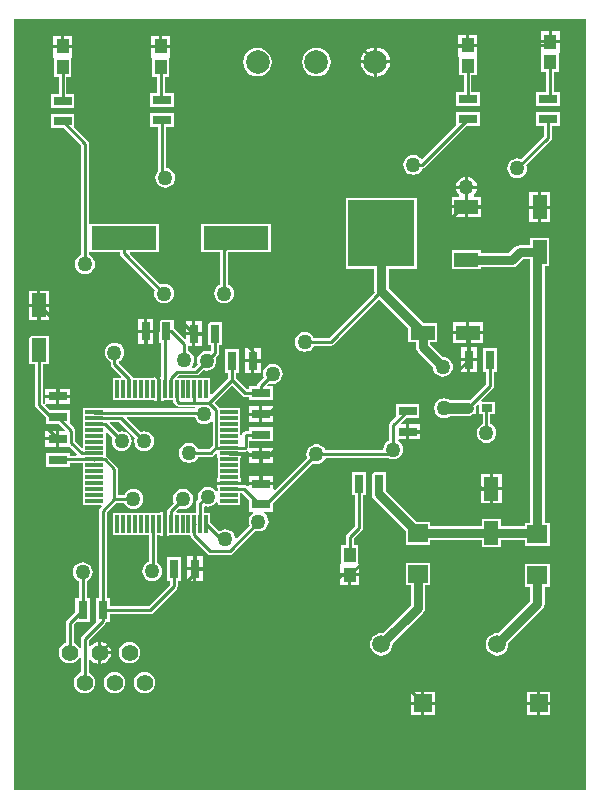
<source format=gtl>
%FSTAX23Y23*%
%MOIN*%
%SFA1B1*%

%IPPOS*%
%ADD10R,0.062992X0.031496*%
%ADD11R,0.031496X0.062992*%
%ADD12R,0.043307X0.049212*%
%ADD13R,0.078740X0.049212*%
%ADD14R,0.049212X0.078740*%
%ADD15R,0.059055X0.011811*%
%ADD16R,0.011811X0.059055*%
%ADD17R,0.078740X0.047244*%
%ADD18R,0.220472X0.220472*%
%ADD19R,0.216535X0.078740*%
%ADD20R,0.037401X0.027559*%
%ADD21R,0.066142X0.059842*%
%ADD22C,0.010000*%
%ADD23C,0.035433*%
%ADD24C,0.031496*%
%ADD25C,0.029527*%
%ADD26C,0.055118*%
%ADD27R,0.059055X0.059055*%
%ADD28C,0.059055*%
%ADD29C,0.078740*%
%ADD30C,0.050000*%
%LNboard_tp3-1*%
%LPD*%
G36*
X01905Y-00001D02*
X0D01*
Y02569*
X01905*
Y-00001*
G37*
%LNboard_tp3-2*%
%LPC*%
G36*
X01352Y01187D02*
X01316D01*
Y01167*
X01352*
Y01187*
G37*
G36*
X0014Y01164D02*
X00104D01*
Y01143*
X0014*
Y01164*
G37*
G36*
X0135Y01286D02*
X01271D01*
Y01241*
X01254Y01224*
X01251Y0122*
X0125Y01215*
Y01164*
X01247Y01162*
X0124Y01157*
X01235Y0115*
X01231Y01142*
X0123Y01133*
X01228Y01131*
X01038*
X01036Y01134*
X01031Y01141*
X01024Y01146*
X01016Y0115*
X01007Y01151*
X00999Y0115*
X00991Y01146*
X00984Y01141*
X00979Y01134*
X00975Y01126*
X00974Y01118*
X00975Y01109*
X00977Y01106*
X00869Y00998*
X00864Y01*
Y01014*
X00781*
Y01011*
X00776Y01009*
X00775Y01011*
X0077Y01014*
X00765Y01015*
X00756*
Y01016*
X00677*
Y01005*
X00679*
Y00995*
X00674Y00993*
X00674*
X00669Y00999*
X00662Y01005*
X00654Y01008*
X00645Y01009*
X00637Y01008*
X00629Y01005*
X00622Y00999*
X00616Y00992*
X00613Y00984*
X00612Y00976*
X00613Y00967*
X00613Y00967*
X0061Y00964*
X00607Y00959*
X00606Y00954*
Y00923*
X00542*
X0054Y00927*
X0055Y00937*
X00554Y00936*
X00562Y00935*
X00571Y00936*
X00579Y00939*
X00586Y00945*
X00591Y00951*
X00595Y00959*
X00596Y00968*
X00595Y00977*
X00591Y00985*
X00586Y00991*
X00579Y00997*
X00571Y01*
X00562Y01001*
X00554Y01*
X00546Y00997*
X00539Y00991*
X00534Y00985*
X0053Y00977*
X00529Y00968*
X0053Y00959*
X00532Y00956*
X00512Y00936*
X00509Y00932*
X00508Y00927*
Y00925*
X00506*
Y00885*
Y00846*
X00517*
Y00848*
X00587*
X00588Y00843*
X00591Y00839*
X00644Y00785*
X00648Y00783*
X00653Y00782*
X00718*
X00723Y00783*
X00728Y00785*
X00728Y00786*
X00729Y00787*
X00804Y00862*
X00806Y00861*
X00814Y0086*
X00823Y00861*
X00831Y00865*
X00838Y0087*
X00843Y00877*
X00847Y00885*
X00848Y00893*
X00847Y00902*
X00843Y0091*
X00838Y00917*
X00832Y00921*
X00834Y00926*
X00862*
Y00953*
X00995Y01087*
X00999Y01086*
X01007Y01084*
X01016Y01086*
X01024Y01089*
X01031Y01094*
X01036Y01101*
X01038Y01105*
X01247*
X01255Y01101*
X01263Y011*
X01272Y01101*
X0128Y01105*
X01287Y0111*
X01292Y01117*
X01295Y01125*
X01296Y01133*
X01295Y01142*
X01292Y0115*
X01287Y01157*
X0128Y01162*
X0128Y01163*
X01282Y01167*
X01306*
Y01192*
Y01218*
X01292*
X0129Y01223*
X01305Y01238*
X0135*
Y01286*
G37*
G36*
X00817Y01246D02*
X00781D01*
Y01226*
X00817*
Y01246*
G37*
G36*
X01352Y01218D02*
X01316D01*
Y01197*
X01352*
Y01218*
G37*
G36*
X0014Y01195D02*
X00104D01*
Y01174*
X0014*
Y01195*
G37*
G36*
X00864Y01045D02*
X00827D01*
Y01024*
X00864*
Y01045*
G37*
G36*
X00817D02*
X00781D01*
Y01024*
X00817*
Y01045*
G37*
G36*
X01625Y01053D02*
X01595D01*
Y01008*
X01625*
Y01053*
G37*
G36*
X00864Y01139D02*
X00827D01*
Y01119*
X00864*
Y01139*
G37*
G36*
Y01109D02*
X00827D01*
Y01088*
X00864*
Y01109*
G37*
G36*
X00817D02*
X00781D01*
Y01088*
X00817*
Y01109*
G37*
G36*
X00864Y01246D02*
X00827D01*
Y01226*
X00864*
Y01246*
G37*
G36*
X01342Y01972D02*
X01106D01*
Y01736*
X012*
Y01661*
X01201Y01656*
X01049Y01505*
X00998*
X00997Y01508*
X00991Y01515*
X00985Y0152*
X00977Y01524*
X00968Y01525*
X00959Y01524*
X00951Y0152*
X00945Y01515*
X00939Y01508*
X00936Y015*
X00935Y01492*
X00936Y01483*
X00939Y01475*
X00945Y01468*
X00951Y01463*
X00959Y0146*
X00968Y01458*
X00977Y0146*
X00985Y01463*
X00991Y01468*
X00997Y01475*
X00998Y01479*
X01055*
X0106Y0148*
X01064Y01482*
X01216Y01635*
X01314Y01536*
Y01491*
X01338*
Y01476*
X01339Y01467*
X01345Y01459*
X01396Y01408*
X01397Y014*
X014Y01392*
X01405Y01385*
X01412Y0138*
X0142Y01377*
X01429Y01376*
X01437Y01377*
X01445Y0138*
X01452Y01385*
X01457Y01392*
X01461Y014*
X01462Y01409*
X01461Y01418*
X01457Y01426*
X01452Y01432*
X01445Y01438*
X01437Y01441*
X0143Y01442*
X01386Y01486*
X01386Y01491*
X01409*
Y01556*
X01363*
X01248Y01671*
Y01736*
X01342*
Y01972*
G37*
G36*
X00187Y01336D02*
X0015D01*
Y01316*
X00187*
Y01336*
G37*
G36*
X0014D02*
X00104D01*
Y01316*
X0014*
Y01336*
G37*
G36*
X0151Y01428D02*
X0149D01*
Y01391*
X0151*
Y01428*
G37*
G36*
X00821Y01424D02*
X008D01*
Y01387*
X00821*
Y01424*
G37*
G36*
X0079D02*
X00769D01*
Y01387*
X0079*
Y01424*
G37*
G36*
X00531Y01566D02*
X00484D01*
Y01488*
X00489*
Y01374*
X00487*
Y01334*
Y01295*
X00498*
Y01297*
X00529*
Y01296*
X0053Y01291*
X00532Y01287*
X00539Y0128*
X00543Y01277*
X00548Y01276*
X00601*
X00603Y01271*
X00602Y0127*
X00305*
Y01271*
X0023*
Y01244*
Y01224*
Y01204*
Y01185*
Y01165*
Y01145*
Y01141*
X00225Y01139*
X00203Y01161*
Y01196*
X00202Y01202*
X00199Y01206*
X00185Y0122*
Y01264*
X00119*
X00104Y0128*
X00105Y01282*
X00106Y01284*
X00106Y01284*
X00106Y01285*
X00106Y01285*
X00106*
X00108*
X00108*
X0014*
Y01306*
X00104*
Y01289*
Y01289*
Y01288*
Y01287*
X00104Y01287*
X00103Y01287*
X00103Y01287*
X00101Y01286*
X00099Y01285*
X00095Y01288*
Y01417*
X00115*
Y01511*
X0005*
Y01417*
X00069*
Y01283*
X0007Y01278*
X00073Y01274*
X00106Y01241*
Y01217*
X0015*
X00168Y01199*
X00166Y01195*
X0015*
Y01169*
Y01143*
X00184*
X00209Y01118*
X00207Y01113*
X00185*
Y01123*
X00106*
Y01075*
X00185*
Y01087*
X0023*
Y01086*
Y01066*
Y01047*
Y01027*
Y01007*
Y00988*
Y00968*
Y00948*
X0029*
X00291Y00944*
X00285Y00938*
X00283Y00934*
X00282Y00928*
Y00637*
X00271*
Y00559*
X00268Y00555*
X00226Y00513*
X00224Y00508*
X00223Y00503*
Y0047*
X00218Y00469*
X00215Y00474*
X0021Y00481*
X00202Y00487*
X00198Y00489*
Y00549*
X00207Y00559*
X00251*
Y00637*
X00241*
Y00694*
X00244Y00695*
X00251Y007*
X00257Y00707*
X0026Y00715*
X00261Y00724*
X0026Y00732*
X00257Y0074*
X00251Y00747*
X00244Y00753*
X00236Y00756*
X00228Y00757*
X00219Y00756*
X00211Y00753*
X00204Y00747*
X00199Y0074*
X00196Y00732*
X00195Y00724*
X00196Y00715*
X00199Y00707*
X00204Y007*
X00211Y00695*
X00215Y00694*
Y00637*
X00204*
Y00593*
X00175Y00564*
X00172Y0056*
X00171Y00555*
Y00489*
X00167Y00487*
X00159Y00481*
X00154Y00474*
X0015Y00465*
X00149Y00456*
X0015Y00447*
X00154Y00438*
X00159Y00431*
X00167Y00425*
X00175Y00422*
X00185Y0042*
X00194Y00422*
X00202Y00425*
X0021Y00431*
X00215Y00438*
X00218Y00443*
X00223Y00442*
Y0039*
X00217Y00387*
X00209Y00381*
X00204Y00374*
X002Y00365*
X00199Y00356*
X002Y00347*
X00204Y00338*
X00209Y00331*
X00217Y00325*
X00225Y00322*
X00235Y0032*
X00244Y00322*
X00252Y00325*
X0026Y00331*
X00265Y00338*
X00269Y00347*
X0027Y00356*
X00269Y00365*
X00265Y00374*
X0026Y00381*
X00252Y00387*
X00249Y00389*
Y00433*
X00254Y00435*
X00258Y00429*
X00266Y00423*
X00275Y0042*
X0028Y00419*
Y00456*
Y00493*
X00275Y00493*
X00266Y00489*
X00258Y00483*
X00254Y00478*
X00249Y0048*
Y00498*
X00304Y00553*
X00307Y00557*
X00307Y00559*
X00318*
Y00585*
X00453*
X00458Y00586*
X00463Y00589*
X00541Y00667*
X00544Y00672*
X00545Y00677*
Y00696*
X00556*
Y00775*
X00509*
Y00696*
X00519*
Y00682*
X00448Y00611*
X00318*
Y00637*
X00308*
Y00923*
X0034Y00955*
X00367*
X00368Y00951*
X00374Y00945*
X00381Y00939*
X00389Y00936*
X00397Y00935*
X00406Y00936*
X00414Y00939*
X00421Y00945*
X00426Y00951*
X00429Y00959*
X0043Y00968*
X00429Y00977*
X00426Y00985*
X00421Y00991*
X00414Y00997*
X00406Y01*
X00397Y01001*
X00389Y01*
X00381Y00997*
X00374Y00991*
X00368Y00985*
X00367Y00981*
X00347*
Y01067*
X00346Y01072*
X00344Y01076*
X0031Y01109*
X00306Y01112*
X00305Y01112*
Y01125*
Y01145*
Y01165*
Y01185*
Y01189*
X00309Y01191*
X00327Y01173*
X00326Y0117*
X00325Y01161*
X00326Y01152*
X00329Y01144*
X00334Y01137*
X00341Y01132*
X00349Y01129*
X00358Y01128*
X00366Y01129*
X00374Y01132*
X00381Y01137*
X00386Y01144*
X0039Y01152*
X00391Y01161*
X0039Y0117*
X00386Y01177*
X00381Y01184*
X00374Y0119*
X00366Y01193*
X00358Y01194*
X00349Y01193*
X00346Y01192*
X00318Y0122*
X0032Y01225*
X0035*
X00402Y01173*
X00401Y0117*
X00399Y01161*
X00401Y01152*
X00404Y01144*
X00409Y01137*
X00416Y01132*
X00424Y01129*
X00433Y01128*
X00441Y01129*
X00449Y01132*
X00456Y01137*
X00461Y01144*
X00465Y01152*
X00466Y01161*
X00465Y0117*
X00461Y01177*
X00456Y01184*
X00449Y0119*
X00441Y01193*
X00433Y01194*
X00424Y01193*
X00421Y01192*
X00373Y01239*
X00375Y01243*
X00601*
X00601Y01243*
X00605Y01235*
X0061Y01228*
X00617Y01223*
X00625Y01219*
X00633Y01218*
X00642Y01219*
X0065Y01223*
X00656Y01227*
X00661Y01225*
Y01146*
X0065Y01135*
X00612*
X00611Y01138*
X00606Y01145*
X00599Y0115*
X00591Y01154*
X00582Y01155*
X00574Y01154*
X00566Y0115*
X00559Y01145*
X00553Y01138*
X0055Y0113*
X00549Y01122*
X0055Y01113*
X00553Y01105*
X00559Y01098*
X00566Y01093*
X00574Y0109*
X00582Y01088*
X00591Y0109*
X00599Y01093*
X00606Y01098*
X00611Y01105*
X00612Y01108*
X00655*
X0066Y01109*
X00664Y01112*
X00672Y0112*
X00677Y01118*
Y01104*
X00679*
Y01086*
Y01066*
Y01047*
Y01037*
X00677*
Y01026*
X00756*
Y01037*
X00753*
Y01047*
Y01066*
Y01086*
Y01104*
X00756*
Y01115*
X00716*
Y01125*
X00756*
Y01126*
X00769*
X00774Y01127*
X00776Y01128*
X00781Y01126*
Y01119*
X00817*
Y01139*
X00786*
X00784Y01141*
Y0116*
X00862*
Y01207*
X00783*
Y01196*
X00774*
X00769Y01195*
X00765Y01193*
X00762Y0119*
X00759Y01186*
X00758Y01183*
X00753Y01183*
Y01185*
Y01204*
Y01224*
Y01244*
Y01271*
X00685*
X00683Y01274*
X0067Y01287*
Y01292*
X00725Y01347*
X00761Y01312*
X00765Y01309*
X0077Y01308*
X00783*
Y01298*
X00862*
Y01345*
X00846*
X00844Y01349*
X0085Y01355*
X00853Y01353*
X00862Y01352*
X0087Y01353*
X00878Y01357*
X00885Y01362*
X0089Y01369*
X00894Y01377*
X00895Y01385*
X00894Y01394*
X0089Y01402*
X00885Y01409*
X00878Y01414*
X0087Y01417*
X00862Y01418*
X00853Y01417*
X00845Y01414*
X00838Y01409*
X00833Y01402*
X0083Y01394*
X00829Y01385*
X0083Y01377*
X00831Y01373*
X00813Y01355*
X0081Y01351*
X00809Y01346*
Y01345*
X00783*
Y01334*
X00775*
X00738Y01371*
Y01389*
X00749*
Y01468*
X00701*
Y01389*
X00712*
Y01371*
X00658Y01317*
X00653Y01318*
Y01372*
X00546*
X00544Y01376*
X00548Y0138*
X00606*
X00611Y01381*
X00615Y01384*
X00629Y01398*
X00633Y01397*
X00641Y01395*
X0065Y01397*
X00658Y014*
X00665Y01405*
X0067Y01412*
X00673Y0142*
X00674Y01429*
X00673Y01437*
X00672Y01441*
X00678Y01447*
X00681Y01451*
X00682Y01456*
Y0148*
X00692*
Y01559*
X00645*
Y0148*
X00656*
Y01463*
X00651Y0146*
X0065Y01461*
X00641Y01462*
X00633Y01461*
X00625Y01457*
X00618Y01452*
X00613Y01445*
X00609Y01437*
X00608Y01429*
X00609Y0142*
X00611Y01417*
X006Y01406*
X00594*
X00592Y01411*
X00595Y01416*
X00598Y01424*
X006Y01433*
X00598Y01441*
X00595Y01449*
X0059Y01456*
X00583Y01461*
X0058Y01463*
Y01478*
X00594*
Y01514*
X00573*
Y01502*
X00569Y015*
X00532Y01536*
X00531Y01537*
Y01566*
G37*
G36*
X00864Y01277D02*
X00827D01*
Y01256*
X00864*
Y01277*
G37*
G36*
X00817D02*
X00781D01*
Y01256*
X00817*
Y01277*
G37*
G36*
X01609Y01472D02*
X01561D01*
Y01393*
X01573*
Y01351*
X01518Y01296*
X01511Y01297*
X01453*
X01449Y013*
X01441Y01303*
X01433Y01304*
X01424Y01303*
X01416Y013*
X01409Y01295*
X01404Y01288*
X01401Y0128*
X01399Y01271*
X01401Y01263*
X01404Y01255*
X01409Y01248*
X01416Y01242*
X01424Y01239*
X01433Y01238*
X01441Y01239*
X01449Y01242*
X01453Y01245*
X01511*
X01518Y01246*
X01524Y01249*
X01525Y0125*
X01538*
Y01279*
X01545Y01286*
X0155Y01284*
Y0125*
X01561*
Y01219*
X01558Y01217*
X01551Y01212*
X01546Y01205*
X01542Y01197*
X01541Y01188*
X01542Y0118*
X01546Y01172*
X01551Y01165*
X01558Y0116*
X01566Y01156*
X01574Y01155*
X01583Y01156*
X01591Y0116*
X01598Y01165*
X01603Y01172*
X01606Y0118*
X01607Y01188*
X01606Y01197*
X01603Y01205*
X01598Y01212*
X01591Y01217*
X01587Y01219*
Y0125*
X01603*
Y01293*
X01558*
X01556Y01297*
X01595Y01337*
X01598Y01341*
X01599Y01346*
Y01393*
X01609*
Y01472*
G37*
G36*
X00334Y01489D02*
X00326Y01488D01*
X00318Y01485*
X00311Y0148*
X00305Y01473*
X00302Y01465*
X00301Y01456*
X00302Y01448*
X00305Y0144*
X00311Y01433*
X00318Y01427*
X00321Y01426*
Y01417*
X00322Y01412*
X00325Y01408*
X00357Y01376*
X00355Y01372*
X0033*
Y01297*
X00466*
Y01295*
X00477*
Y01334*
Y01374*
X00466*
Y01372*
X00395*
X00395Y01374*
X00392Y01378*
X00349Y01421*
X00349Y01427*
X00351Y01427*
X00358Y01433*
X00363Y0144*
X00366Y01448*
X00367Y01456*
X00366Y01465*
X00363Y01473*
X00358Y0148*
X00351Y01485*
X00343Y01488*
X00334Y01489*
G37*
G36*
X00187Y01306D02*
X0015D01*
Y01285*
X00187*
Y01306*
G37*
G36*
X01585Y01053D02*
X01555D01*
Y01008*
X01585*
Y01053*
G37*
G36*
X00335Y00392D02*
X00325Y00391D01*
X00317Y00387*
X00309Y00381*
X00304Y00374*
X003Y00365*
X00299Y00356*
X003Y00347*
X00304Y00338*
X00309Y00331*
X00317Y00325*
X00325Y00322*
X00335Y0032*
X00344Y00322*
X00352Y00325*
X0036Y00331*
X00365Y00338*
X00369Y00347*
X0037Y00356*
X00369Y00365*
X00365Y00374*
X0036Y00381*
X00352Y00387*
X00344Y00391*
X00335Y00392*
G37*
G36*
X01787Y00326D02*
X01753D01*
Y00292*
X01787*
Y00326*
G37*
G36*
X01743D02*
X01708D01*
Y00292*
X01743*
Y00326*
G37*
G36*
X00385Y00492D02*
X00375Y00491D01*
X00367Y00487*
X00359Y00481*
X00354Y00474*
X0035Y00465*
X00349Y00456*
X0035Y00447*
X00354Y00438*
X00359Y00431*
X00367Y00425*
X00375Y00422*
X00385Y0042*
X00394Y00422*
X00402Y00425*
X0041Y00431*
X00415Y00438*
X00419Y00447*
X0042Y00456*
X00419Y00465*
X00415Y00474*
X0041Y00481*
X00402Y00487*
X00394Y00491*
X00385Y00492*
G37*
G36*
X00322Y00451D02*
X0029D01*
Y00419*
X00294Y0042*
X00303Y00423*
X00311Y00429*
X00317Y00437*
X00321Y00446*
X00322Y00451*
G37*
G36*
X00435Y00392D02*
X00425Y00391D01*
X00417Y00387*
X00409Y00381*
X00404Y00374*
X004Y00365*
X00399Y00356*
X004Y00347*
X00404Y00338*
X00409Y00331*
X00417Y00325*
X00425Y00322*
X00435Y0032*
X00444Y00322*
X00452Y00325*
X0046Y00331*
X00465Y00338*
X00469Y00347*
X0047Y00356*
X00469Y00365*
X00465Y00374*
X0046Y00381*
X00452Y00387*
X00444Y00391*
X00435Y00392*
G37*
G36*
X01743Y00282D02*
X01708D01*
Y00247*
X01743*
Y00282*
G37*
G36*
X01401D02*
X01367D01*
Y00247*
X01401*
Y00282*
G37*
G36*
X01357D02*
X01322D01*
Y00247*
X01357*
Y00282*
G37*
G36*
X01401Y00326D02*
X01367D01*
Y00292*
X01401*
Y00326*
G37*
G36*
X01357D02*
X01322D01*
Y00292*
X01357*
Y00326*
G37*
G36*
X01787Y00282D02*
X01753D01*
Y00247*
X01787*
Y00282*
G37*
G36*
X0029Y00493D02*
Y00461D01*
X00322*
X00321Y00466*
X00317Y00475*
X00311Y00483*
X00303Y00489*
X00294Y00493*
X0029Y00493*
G37*
G36*
X00628Y00777D02*
X00607D01*
Y00741*
X00628*
Y00777*
G37*
G36*
X00597D02*
X00576D01*
Y00741*
X00597*
Y00777*
G37*
G36*
X01173Y01059D02*
X01125D01*
Y0098*
X01136*
Y00879*
X01108Y00851*
X01105Y00847*
X01105Y00842*
Y00815*
X01088*
Y00755*
Y00754*
X01086Y0075*
Y00748*
Y00746*
Y0072*
X01149*
Y00746*
Y00748*
Y0075*
X01147Y00754*
Y00755*
Y00815*
X01131*
Y00837*
X01158Y00864*
X01161Y00868*
X01162Y00873*
Y0098*
X01173*
Y01059*
G37*
G36*
X01625Y00998D02*
X01595D01*
Y00954*
X01625*
Y00998*
G37*
G36*
X01585D02*
X01555D01*
Y00954*
X01585*
Y00998*
G37*
G36*
X00496Y00925D02*
X00486D01*
Y00923*
X0033*
Y00848*
X00449*
Y00759*
X00444Y00757*
X00437Y00751*
X00431Y00744*
X00428Y00736*
X00427Y00728*
X00428Y00719*
X00431Y00711*
X00437Y00704*
X00444Y00699*
X00452Y00696*
X0046Y00695*
X00469Y00696*
X00477Y00699*
X00484Y00704*
X00489Y00711*
X00492Y00719*
X00493Y00728*
X00492Y00736*
X00489Y00744*
X00484Y00751*
X00477Y00757*
X00475Y00757*
Y00848*
X00486*
Y00846*
X00496*
Y00885*
Y00925*
G37*
G36*
X01113Y0071D02*
X01086D01*
Y0068*
X01113*
Y0071*
G37*
G36*
X01785Y00752D02*
X01703D01*
Y00676*
X0172*
Y00628*
X01613Y00521*
X0161Y00521*
X016Y0052*
X01591Y00516*
X01583Y0051*
X01577Y00503*
X01573Y00494*
X01572Y00484*
X01573Y00474*
X01577Y00465*
X01583Y00457*
X01591Y00451*
X016Y00447*
X0161Y00446*
X0162Y00447*
X01629Y00451*
X01636Y00457*
X01642Y00465*
X01646Y00474*
X01647Y00484*
X01647Y00487*
X01761Y00601*
X01766Y00608*
X01768Y00618*
Y00676*
X01785*
Y00752*
G37*
G36*
X01387Y00756D02*
X01305D01*
Y0068*
X01322*
Y00614*
X01228Y00521*
X01224Y00521*
X01214Y0052*
X01205Y00516*
X01197Y0051*
X01191Y00503*
X01187Y00494*
X01186Y00484*
X01187Y00474*
X01191Y00465*
X01197Y00457*
X01205Y00451*
X01214Y00447*
X01224Y00446*
X01234Y00447*
X01243Y00451*
X01251Y00457*
X01257Y00465*
X0126Y00474*
X01262Y00484*
X01261Y00488*
X01359Y00586*
X01363Y00589*
X01368Y00597*
X0137Y00606*
Y0068*
X01387*
Y00756*
G37*
G36*
X00628Y00731D02*
X00607D01*
Y00694*
X00628*
Y00731*
G37*
G36*
X00597D02*
X00576D01*
Y00694*
X00597*
Y00731*
G37*
G36*
X01149Y0071D02*
X01123D01*
Y0068*
X01149*
Y0071*
G37*
G36*
X01541Y01428D02*
X0152D01*
Y01391*
X01541*
Y01428*
G37*
G36*
X00519Y02472D02*
X00456D01*
Y02446*
Y02444*
Y02442*
X00458Y02438*
Y02437*
Y02376*
X00475*
Y02323*
X00452*
Y02275*
X00531*
Y02323*
X00501*
Y02376*
X00517*
Y02437*
Y02438*
X00519Y02442*
Y02444*
Y02446*
Y02472*
G37*
G36*
X00193D02*
X00129D01*
Y02446*
Y02444*
Y02442*
X00131Y02438*
Y02437*
Y02376*
X00148*
Y02319*
X00122*
Y02271*
X002*
Y02319*
X00174*
Y02376*
X0019*
Y02437*
Y02438*
X00193Y02442*
Y02444*
Y02446*
Y02472*
G37*
G36*
X01551Y02259D02*
X01472D01*
Y02215*
X0136Y02103*
X01355Y02104*
X01354Y02106*
X01347Y02111*
X01339Y02114*
X0133Y02115*
X01322Y02114*
X01314Y02111*
X01307Y02106*
X01302Y02099*
X01298Y02091*
X01297Y02082*
X01298Y02074*
X01302Y02066*
X01307Y02059*
X01314Y02053*
X01322Y0205*
X0133Y02049*
X01339Y0205*
X01347Y02053*
X01354Y02059*
X01359Y02066*
X01361Y0207*
X01363Y0207*
X01367Y02073*
X01506Y02212*
X01551*
Y02259*
G37*
G36*
X01199Y0242D02*
X01155D01*
X01156Y02412*
X01161Y024*
X01169Y0239*
X01179Y02382*
X01191Y02377*
X01199Y02376*
Y0242*
G37*
G36*
X01543Y02476D02*
X0148D01*
Y0245*
Y02448*
Y02446*
X01482Y02442*
Y02441*
Y0238*
X01498*
Y02326*
X01472*
Y02279*
X01551*
Y02326*
X01524*
Y0238*
X01541*
Y02441*
Y02442*
X01543Y02446*
Y02448*
Y0245*
Y02476*
G37*
G36*
X01819Y02488D02*
X01755D01*
Y02461*
Y0246*
Y02458*
X01757Y02454*
Y02453*
Y02392*
X01774*
Y02326*
X0174*
Y02279*
X01818*
Y02326*
X018*
Y02392*
X01816*
Y02453*
Y02454*
X01819Y02458*
Y0246*
Y02461*
Y02488*
G37*
G36*
X01818Y02259D02*
X0174D01*
Y02212*
X01766*
Y02178*
X01689Y02101*
X01685Y02102*
X01677Y02104*
X01668Y02102*
X0166Y02099*
X01653Y02094*
X01648Y02087*
X01645Y02079*
X01644Y0207*
X01645Y02062*
X01648Y02054*
X01653Y02047*
X0166Y02042*
X01668Y02038*
X01677Y02037*
X01685Y02038*
X01693Y02042*
X017Y02047*
X01705Y02054*
X01709Y02062*
X0171Y0207*
X01709Y02079*
X01707Y02082*
X01788Y02163*
X01791Y02168*
X01792Y02173*
Y02212*
X01818*
Y02259*
G37*
G36*
X01542Y02002D02*
X01473D01*
X01473Y01998*
X01477Y0199*
X01482Y01982*
X01484Y01981*
X01482Y01976*
X01458*
Y01947*
X01557*
Y01976*
X01532*
X01531Y01981*
X01532Y01982*
X01538Y0199*
X01541Y01998*
X01542Y02002*
G37*
G36*
X01786Y0199D02*
X01756D01*
Y01945*
X01786*
Y0199*
G37*
G36*
X01746D02*
X01717D01*
Y01945*
X01746*
Y0199*
G37*
G36*
X01512Y02042D02*
Y02012D01*
X01542*
X01541Y02017*
X01538Y02025*
X01532Y02032*
X01525Y02038*
X01517Y02041*
X01512Y02042*
G37*
G36*
X01502D02*
X01498Y02041D01*
X0149Y02038*
X01482Y02032*
X01477Y02025*
X01473Y02017*
X01473Y02012*
X01502*
Y02042*
G37*
G36*
X00531Y02255D02*
X00452D01*
Y02208*
X00479*
Y0206*
X00475Y02055*
X00471Y02047*
X0047Y02039*
X00471Y0203*
X00475Y02022*
X0048Y02015*
X00487Y0201*
X00495Y02007*
X00503Y02006*
X00512Y02007*
X0052Y0201*
X00527Y02015*
X00532Y02022*
X00535Y0203*
X00537Y02039*
X00535Y02047*
X00532Y02055*
X00527Y02062*
X0052Y02068*
X00512Y02071*
X00505Y02072*
Y02208*
X00531*
Y02255*
G37*
G36*
X01506Y02515D02*
X0148D01*
Y02486*
X01506*
Y02515*
G37*
G36*
X00519Y02511D02*
X00493D01*
Y02482*
X00519*
Y02511*
G37*
G36*
X00483D02*
X00456D01*
Y02482*
X00483*
Y02511*
G37*
G36*
X01819Y02527D02*
X01792D01*
Y02498*
X01819*
Y02527*
G37*
G36*
X01782D02*
X01755D01*
Y02498*
X01782*
Y02527*
G37*
G36*
X01543Y02515D02*
X01516D01*
Y02486*
X01543*
Y02515*
G37*
G36*
X00193Y02511D02*
X00166D01*
Y02482*
X00193*
Y02511*
G37*
G36*
X01007Y02472D02*
X00995Y02471D01*
X00984Y02466*
X00974Y02458*
X00966Y02449*
X00961Y02437*
X0096Y02425*
X00961Y02412*
X00966Y02401*
X00974Y02391*
X00984Y02383*
X00995Y02379*
X01007Y02377*
X0102Y02379*
X01031Y02383*
X01041Y02391*
X01049Y02401*
X01053Y02412*
X01055Y02425*
X01053Y02437*
X01049Y02449*
X01041Y02458*
X01031Y02466*
X0102Y02471*
X01007Y02472*
G37*
G36*
X00811D02*
X00798Y02471D01*
X00787Y02466*
X00777Y02458*
X00769Y02449*
X00765Y02437*
X00763Y02425*
X00765Y02412*
X00769Y02401*
X00777Y02391*
X00787Y02383*
X00798Y02379*
X00811Y02377*
X00823Y02379*
X00834Y02383*
X00844Y02391*
X00852Y02401*
X00857Y02412*
X00858Y02425*
X00857Y02437*
X00852Y02449*
X00844Y02458*
X00834Y02466*
X00823Y02471*
X00811Y02472*
G37*
G36*
X01253Y0242D02*
X01209D01*
Y02376*
X01217Y02377*
X01229Y02382*
X01239Y0239*
X01247Y024*
X01252Y02412*
X01253Y0242*
G37*
G36*
X00156Y02511D02*
X00129D01*
Y02482*
X00156*
Y02511*
G37*
G36*
X01209Y02474D02*
Y0243D01*
X01253*
X01252Y02438*
X01247Y0245*
X01239Y0246*
X01229Y02468*
X01217Y02473*
X01209Y02474*
G37*
G36*
X01199D02*
X01191Y02473D01*
X01179Y02468*
X01169Y0246*
X01161Y0245*
X01156Y02438*
X01155Y0243*
X01199*
Y02474*
G37*
G36*
X00594Y01561D02*
X00573D01*
Y01524*
X00594*
Y01561*
G37*
G36*
X01561Y01518D02*
X01516D01*
Y01489*
X01561*
Y01518*
G37*
G36*
X01506D02*
X01462D01*
Y01489*
X01506*
Y01518*
G37*
G36*
X01561Y01558D02*
X01516D01*
Y01528*
X01561*
Y01558*
G37*
G36*
X01506D02*
X01462D01*
Y01528*
X01506*
Y01558*
G37*
G36*
X00625Y01561D02*
X00604D01*
Y01524*
X00625*
Y01561*
G37*
G36*
X00463Y01522D02*
X00443D01*
Y01486*
X00463*
Y01522*
G37*
G36*
X0151Y01474D02*
X0149D01*
Y01438*
X0151*
Y01474*
G37*
G36*
X00821Y0147D02*
X008D01*
Y01434*
X00821*
Y0147*
G37*
G36*
X0079D02*
X00769D01*
Y01434*
X0079*
Y0147*
G37*
G36*
X00433Y01522D02*
X00412D01*
Y01486*
X00433*
Y01522*
G37*
G36*
X00625Y01514D02*
X00604D01*
Y01478*
X00625*
Y01514*
G37*
G36*
X01541Y01474D02*
X0152D01*
Y01438*
X01541*
Y01474*
G37*
G36*
X00433Y01569D02*
X00412D01*
Y01532*
X00433*
Y01569*
G37*
G36*
X01746Y01935D02*
X01717D01*
Y01891*
X01746*
Y01935*
G37*
G36*
X01784Y01838D02*
X01719D01*
Y01815*
X01685*
X01675Y01813*
X01667Y01808*
X01649Y01789*
X01555*
Y01797*
X0146*
Y01734*
X01555*
Y01741*
X01659*
X01668Y01743*
X01676Y01748*
X01695Y01767*
X01719*
Y01744*
X0172*
Y00888*
X01703*
Y00878*
X01623*
Y00901*
X01558*
Y00878*
X01387*
Y00891*
X01342*
X0124Y00994*
Y01059*
X01192*
Y00989*
X01192Y00985*
X01192Y00984*
X01192Y0098*
X01193*
X01194Y00974*
X01199Y00967*
X01305Y00861*
Y00816*
X01387*
Y0083*
X01558*
Y00807*
X01623*
Y0083*
X01703*
Y00812*
X01785*
Y00888*
X01768*
Y01744*
X01784*
Y01838*
G37*
G36*
X00856Y01885D02*
X00624D01*
Y01791*
X00687*
Y01683*
X00684Y01682*
X00677Y01677*
X00672Y0167*
X00668Y01662*
X00667Y01653*
X00668Y01644*
X00672Y01636*
X00677Y0163*
X00684Y01624*
X00692Y01621*
X007Y0162*
X00709Y01621*
X00717Y01624*
X00724Y0163*
X00729Y01636*
X00732Y01644*
X00733Y01653*
X00732Y01662*
X00729Y0167*
X00724Y01677*
X00717Y01682*
X00713Y01683*
Y01791*
X00856*
Y01885*
G37*
G36*
X01557Y01937D02*
X01512D01*
Y01909*
X01557*
Y01937*
G37*
G36*
X01502D02*
X01458D01*
Y01909*
X01502*
Y01937*
G37*
G36*
X01786Y01935D02*
X01756D01*
Y01891*
X01786*
Y01935*
G37*
G36*
X00117Y01609D02*
X00087D01*
Y01564*
X00117*
Y01609*
G37*
G36*
X00077D02*
X00048D01*
Y01564*
X00077*
Y01609*
G37*
G36*
X00463Y01569D02*
X00443D01*
Y01532*
X00463*
Y01569*
G37*
G36*
X00117Y01663D02*
X00087D01*
Y01619*
X00117*
Y01663*
G37*
G36*
X002Y02251D02*
X00122D01*
Y02204*
X00166*
X00223Y02148*
Y01782*
X00219Y0178*
X00212Y01775*
X00207Y01768*
X00204Y0176*
X00203Y01751*
X00204Y01743*
X00207Y01735*
X00212Y01728*
X00219Y01723*
X00227Y01719*
X00236Y01718*
X00244Y01719*
X00252Y01723*
X00259Y01728*
X00264Y01735*
X00268Y01743*
X00269Y01751*
X00268Y0176*
X00264Y01768*
X00259Y01775*
X00252Y0178*
X00249Y01782*
Y01786*
X0025Y01791*
X00254*
X00353*
Y01787*
X00354Y01782*
X00356Y01778*
X00469Y01665*
X00467Y01662*
X00466Y01653*
X00467Y01644*
X00471Y01636*
X00476Y0163*
X00483Y01624*
X00491Y01621*
X005Y0162*
X00508Y01621*
X00516Y01624*
X00523Y0163*
X00528Y01636*
X00532Y01644*
X00533Y01653*
X00532Y01662*
X00528Y0167*
X00523Y01677*
X00516Y01682*
X00508Y01685*
X005Y01686*
X00491Y01685*
X00487Y01684*
X00385Y01786*
X00387Y01791*
X00482*
Y01885*
X00254*
X0025*
X00249Y0189*
Y02153*
X00248Y02158*
X00245Y02162*
X002Y02207*
Y02251*
G37*
G36*
X00077Y01663D02*
X00048D01*
Y01619*
X00077*
Y01663*
G37*
%LNboard_tp3-3*%
%LPD*%
G36*
X00783Y00965D02*
Y00926D01*
X00795*
X00797Y00921*
X00791Y00917*
X00786Y0091*
X00782Y00902*
X00781Y00893*
X00782Y00885*
X00785Y0088*
X00742Y00837*
X00737Y00839*
X00736Y00843*
X00733Y00851*
X00728Y00858*
X00721Y00863*
X00713Y00866*
X00704Y00867*
X00696Y00866*
X00688Y00863*
X00683Y0086*
X00653Y0089*
Y00923*
X00633*
Y00941*
X00638Y00944*
X00645Y00943*
X00654Y00944*
X00662Y00947*
X00669Y00952*
X00674Y00959*
X00674*
X00679Y00956*
Y00948*
X00753*
Y00968*
Y00988*
Y00988*
X0076*
X00783Y00965*
G37*
G54D10*
X01311Y01262D03*
Y01192D03*
X01779Y02303D03*
Y02236D03*
X00161Y02295D03*
Y02228D03*
X00492Y02299D03*
Y02232D03*
X01511Y02303D03*
Y02236D03*
X00822Y01183D03*
Y01114D03*
X00145Y01099D03*
Y01169D03*
Y01241D03*
Y01311D03*
X00822Y01321D03*
Y01251D03*
Y0095D03*
Y01019D03*
G54D11*
X01585Y01433D03*
X01515D03*
X01149Y01019D03*
X01216D03*
X00438Y01527D03*
X00507D03*
X00599Y01519D03*
X00669D03*
X00725Y01429D03*
X00795D03*
X00532Y00736D03*
X00602D03*
X00228Y00598D03*
X00295D03*
G54D12*
X01787Y02425D03*
Y02493D03*
X00161Y02409D03*
Y02477D03*
X00488Y02409D03*
Y02477D03*
X01511Y02413D03*
Y02481D03*
X01118Y00783D03*
Y00715D03*
G54D13*
X01362Y01523D03*
X01511D03*
G54D14*
X0159Y00854D03*
Y01003D03*
X01751Y01791D03*
Y0194D03*
X00082Y01464D03*
Y01614D03*
G54D15*
X00267Y011D03*
Y0112D03*
Y01139D03*
Y01198D03*
Y01179D03*
Y01159D03*
Y0108D03*
Y01061D03*
Y01041D03*
Y01218D03*
Y01238D03*
Y01257D03*
Y00962D03*
Y00982D03*
Y01001D03*
Y01021D03*
X00716D03*
Y01001D03*
Y00982D03*
Y00962D03*
Y01257D03*
Y01238D03*
Y01218D03*
Y01041D03*
Y01061D03*
Y0108D03*
Y01159D03*
Y01179D03*
Y01198D03*
Y01139D03*
Y0112D03*
Y011D03*
G54D16*
X00501Y01334D03*
X00482D03*
X00462D03*
X00403D03*
X00423D03*
X00442D03*
X00521D03*
X00541D03*
X00561D03*
X00383D03*
X00364D03*
X00344D03*
X00639D03*
X0062D03*
X006D03*
X0058D03*
Y00885D03*
X006D03*
X0062D03*
X00639D03*
X00344D03*
X00364D03*
X00383D03*
X00561D03*
X00541D03*
X00521D03*
X00442D03*
X00423D03*
X00403D03*
X00462D03*
X00482D03*
X00501D03*
G54D17*
X01507Y01765D03*
Y01942D03*
G54D18*
X01224Y01854D03*
G54D19*
X0074Y01838D03*
X00366D03*
G54D20*
X01576Y01271D03*
X01511D03*
G54D21*
X01744Y0085D03*
Y00714D03*
X01346Y00718D03*
Y00854D03*
G54D22*
X01511Y01271D02*
X01586Y01346D01*
X00235Y00356D02*
X00236Y00357D01*
Y00503*
X00295Y00562*
Y00598*
X00228Y00724D02*
X00228Y00724D01*
X00228Y00598D02*
Y00724D01*
X00295Y00928D02*
X00334Y00968D01*
X00295Y00598D02*
Y00928D01*
X00203Y01292D02*
X00481D01*
X00185Y01311D02*
X00203Y01292D01*
X00145Y01311D02*
X00185D01*
X00082Y01283D02*
Y01464D01*
Y01283D02*
X00124Y01241D01*
X00145*
X00043Y01271D02*
Y01507D01*
Y01271D02*
X00145Y01169D01*
X00819Y01022D02*
X00822Y01025D01*
Y01114*
X00716Y01119D02*
X00817D01*
X00716Y01022D02*
X00819D01*
X00161Y02228D02*
X00236Y02153D01*
Y01751D02*
Y02153D01*
X00599Y01289D02*
X00649D01*
X00548D02*
X00599D01*
X006Y01291*
Y01334*
X00542Y01296D02*
Y01334D01*
Y01296D02*
X00548Y01289D01*
X00285Y00456D02*
X00325Y00497D01*
X00602Y00721D02*
Y00736D01*
X00377Y00497D02*
X00602Y00721D01*
X00325Y00497D02*
X00377D01*
X00549Y0102D02*
X00715D01*
X00501Y00886D02*
Y00972D01*
X00549Y0102*
X00602Y00736D02*
X00912D01*
X01011Y00636*
X0137Y01192D02*
X01498Y01064D01*
X01559Y01003*
X01195Y01064D02*
X01498D01*
X01559Y01003D02*
X0159D01*
X0174Y00854D02*
X01744Y0085D01*
X00301Y011D02*
X00334Y01067D01*
X00267Y011D02*
X00301D01*
X00334Y00968D02*
Y01067D01*
X00145Y01099D02*
X00146Y011D01*
X00267*
X00226Y0112D02*
X00267D01*
X00145Y01241D02*
X0019Y01196D01*
Y01156D02*
Y01196D01*
Y01156D02*
X00226Y0112D01*
X00653Y00795D02*
X00718D01*
X006Y00848D02*
X00653Y00795D01*
X006Y00848D02*
Y00885D01*
X00267Y01217D02*
X00302D01*
X00641Y01429D02*
X00669Y01456D01*
X00606Y01393D02*
X00641Y01429D01*
X00669Y01456D02*
Y01519D01*
X00543Y01393D02*
X00606D01*
X00502Y01335D02*
Y01522D01*
X00481Y01335D02*
Y01369D01*
X00438Y01412D02*
X00481Y01369D01*
X01585Y01433D02*
X01586Y01431D01*
Y01346D02*
Y01431D01*
X0137Y01287D02*
X01515Y01433D01*
X0137Y01192D02*
Y01287D01*
X01248Y01118D02*
X01263Y01133D01*
X01007Y01118D02*
X01248D01*
X00839Y0095D02*
X01007Y01118D01*
X00822Y0095D02*
X00839D01*
X01263Y01215D02*
X01311Y01262D01*
X00765Y01001D02*
X00817Y0095D01*
X00822*
X0072Y00796D02*
X00814Y00891D01*
Y00893*
X0069Y00834D02*
X00704D01*
X00639Y00885D02*
X0069Y00834D01*
X00267Y01238D02*
X00356D01*
X00433Y01161*
X00302Y01217D02*
X00358Y01161D01*
Y01161D02*
Y01161D01*
X00354Y01161D02*
X00358D01*
X0175Y01942D02*
X01751Y0194D01*
X01507Y01942D02*
X0175D01*
X01444Y01625D02*
X01509Y01561D01*
X01444Y01893D02*
X01494Y01942D01*
X01444Y01625D02*
Y01893D01*
X01509Y01525D02*
Y01561D01*
X01494Y01942D02*
X01507D01*
X01511Y01523D02*
X01515Y01519D01*
X01509Y01525D02*
X01511Y01523D01*
X01515Y01433D02*
Y01519D01*
X00521Y01372D02*
X00543Y01393D01*
X00521Y01334D02*
Y01372D01*
X01046Y00671D02*
X01046D01*
X01011Y00636D02*
X01046Y00671D01*
X0109Y00715D02*
X01118D01*
X01046Y00671D02*
X0109Y00715D01*
X01011Y00636D02*
X01361Y00287D01*
X01362*
X01055Y01492D02*
X01224Y01661D01*
X00968Y01492D02*
X01055D01*
X00822Y01346D02*
X00862Y01385D01*
X00822Y01321D02*
Y01346D01*
X00725Y01366D02*
X0077Y01321D01*
X00822*
X00648Y01564D02*
X00692D01*
X00795Y01461*
Y01429D02*
Y01461D01*
X00905Y01311D02*
Y01429D01*
X00795D02*
X00905D01*
Y01173D02*
Y01311D01*
X00846Y01114D02*
X00905Y01173D01*
X00822Y01114D02*
X00846D01*
Y01251D02*
X00905Y01311D01*
X00822Y01251D02*
X00846D01*
X00725Y01429D02*
X00725Y01428D01*
Y01366D02*
Y01428D01*
X00501Y00886D02*
X00501Y00885D01*
X00817Y01119D02*
X00822Y01114D01*
X00674Y0114D02*
X00675Y01139D01*
X00716*
X00769*
X00771Y01141*
Y01181*
X00774Y01183*
X00822*
X00716Y01001D02*
X00765D01*
X00501Y00809D02*
Y00885D01*
Y00809D02*
X00503Y00807D01*
X00602*
Y00736D02*
Y00807D01*
X00532Y00677D02*
Y00736D01*
X00453Y00598D02*
X00532Y00677D01*
X00082Y01546D02*
Y01614D01*
X00043Y01507D02*
X00082Y01546D01*
X00267Y01099D02*
X00267Y01099D01*
X00161Y02477D02*
X00488D01*
X00161Y02295D02*
Y02409D01*
Y02295D02*
D01*
X00488Y02303D02*
Y02409D01*
Y02477D02*
Y02477D01*
X01152D02*
X01204Y02425D01*
X01152Y02477D02*
X01507D01*
X01511Y02481*
X01775*
X01787Y02493*
X00488Y02477D02*
X01152D01*
X01787Y02311D02*
Y02425D01*
X01511Y02303D02*
Y02413D01*
X006Y00885D02*
X00601Y00884D01*
X01507Y01942D02*
Y02007D01*
X01216Y00984D02*
Y01019D01*
X00502Y01522D02*
X00507Y01527D01*
X00501Y01334D02*
X00502Y01335D01*
X00438Y01412D02*
Y01527D01*
X00481Y01335D02*
X00482Y01334D01*
X00438Y01527D02*
X00479D01*
Y01564*
X00486Y01571*
X00547*
X00599Y01519*
X0064*
Y01556*
X00648Y01564*
X00716Y01119D02*
Y0112D01*
Y01021D02*
Y01022D01*
X00715Y0102D02*
X00716Y01021D01*
X01118Y00715D02*
X01187Y00785D01*
Y01056*
X01195Y01064*
X01311Y01192D02*
X0137D01*
X00481Y01333D02*
X00482Y01334D01*
X00145Y01311D02*
Y01551D01*
X00082Y01614D02*
X00145Y01551D01*
X00295Y00598D02*
X00453D01*
X00266Y0112D02*
X00267Y0112D01*
X00492Y02051D02*
Y02232D01*
Y02051D02*
X00503Y02039D01*
X00481Y01292D02*
Y01333D01*
X00628Y01256D02*
X00633Y01251D01*
X00268Y01256D02*
X00628D01*
X00267Y01257D02*
X00268Y01256D01*
X00267Y01217D02*
Y01218D01*
X00334Y01417D02*
Y01456D01*
Y01417D02*
X00382Y01369D01*
Y01335D02*
Y01369D01*
Y01335D02*
X00383Y01334D01*
X01358Y02082D02*
X01511Y02236D01*
X0133Y02082D02*
X01358D01*
X01779Y02173D02*
Y02236D01*
X01677Y0207D02*
X01779Y02173D01*
X01362Y00287D02*
X01748D01*
X00185Y00456D02*
Y00555D01*
X00228Y00598*
X00366Y01787D02*
Y01838D01*
Y01787D02*
X005Y01653D01*
X007D02*
Y01799D01*
X0074Y01838*
X00566Y01433D02*
Y01484D01*
X00523Y01527D02*
X00566Y01484D01*
X00507Y01527D02*
X00523D01*
X00599Y01334D02*
X006D01*
X00541D02*
X00542D01*
X00649Y01289D02*
X00674Y01265D01*
Y0114D02*
Y01265D01*
X00649Y01289D02*
X00725Y01366D01*
X01574Y01188D02*
Y01269D01*
X01263Y01133D02*
Y01215D01*
X01149Y00873D02*
Y01019D01*
X01118Y00842D02*
X01149Y00873D01*
X01118Y00783D02*
Y00842D01*
X00461Y00884D02*
X00462Y00885D01*
X0046Y00728D02*
X00462Y0073D01*
Y00885*
X0062D02*
Y00954D01*
X00641Y00976D02*
X00645D01*
X0062Y00954D02*
X00641Y00976D01*
X00521Y00885D02*
Y00927D01*
X00562Y00968*
X00582Y01122D02*
X00655D01*
X00674Y0114*
X00334Y00968D02*
X00397D01*
G54D23*
X01433Y01271D02*
X01511D01*
G54D24*
X01685Y01791D02*
X01751D01*
X01346Y00854D02*
X0174D01*
X01744Y01783D02*
X01751Y01791D01*
X01744Y0085D02*
Y01783D01*
Y00618D02*
Y00714D01*
X0161Y00484D02*
X01744Y00618D01*
X01659Y01765D02*
X01685Y01791D01*
X01507Y01765D02*
X01659D01*
X01216Y00984D02*
X01346Y00854D01*
X01224Y01661D02*
Y01854D01*
Y01661D02*
X01362Y01523D01*
X01346Y00606D02*
Y00718D01*
X01362Y01476D02*
Y01523D01*
Y01476D02*
X01429Y01409D01*
G54D25*
X01224Y00484D02*
X01346Y00606D01*
G54D26*
X00185Y00456D03*
X00235Y00356D03*
X00435D03*
X00285Y00456D03*
X00335Y00356D03*
X00385Y00456D03*
G54D27*
X01748Y00287D03*
X01362D03*
G54D28*
X0161Y00484D03*
X01224D03*
G54D29*
X01007Y02425D03*
X01204D03*
X00811D03*
G54D30*
X00228Y00724D03*
X00641Y01429D03*
X00236Y01751D03*
X01433Y01271D03*
X01007Y01118D03*
X00814Y00893D03*
X00704Y00834D03*
X00433Y01161D03*
X00358D03*
X00968Y01492D03*
X00862Y01385D03*
X01507Y02007D03*
X00503Y02039D03*
X00633Y01251D03*
X00334Y01456D03*
X0133Y02082D03*
X01677Y0207D03*
X00566Y01433D03*
X005Y01653D03*
X007D03*
X01429Y01409D03*
X01263Y01133D03*
X01574Y01188D03*
X0046Y00728D03*
X00645Y00976D03*
X00562Y00968D03*
X00582Y01122D03*
X00397Y00968D03*
M02*
</source>
